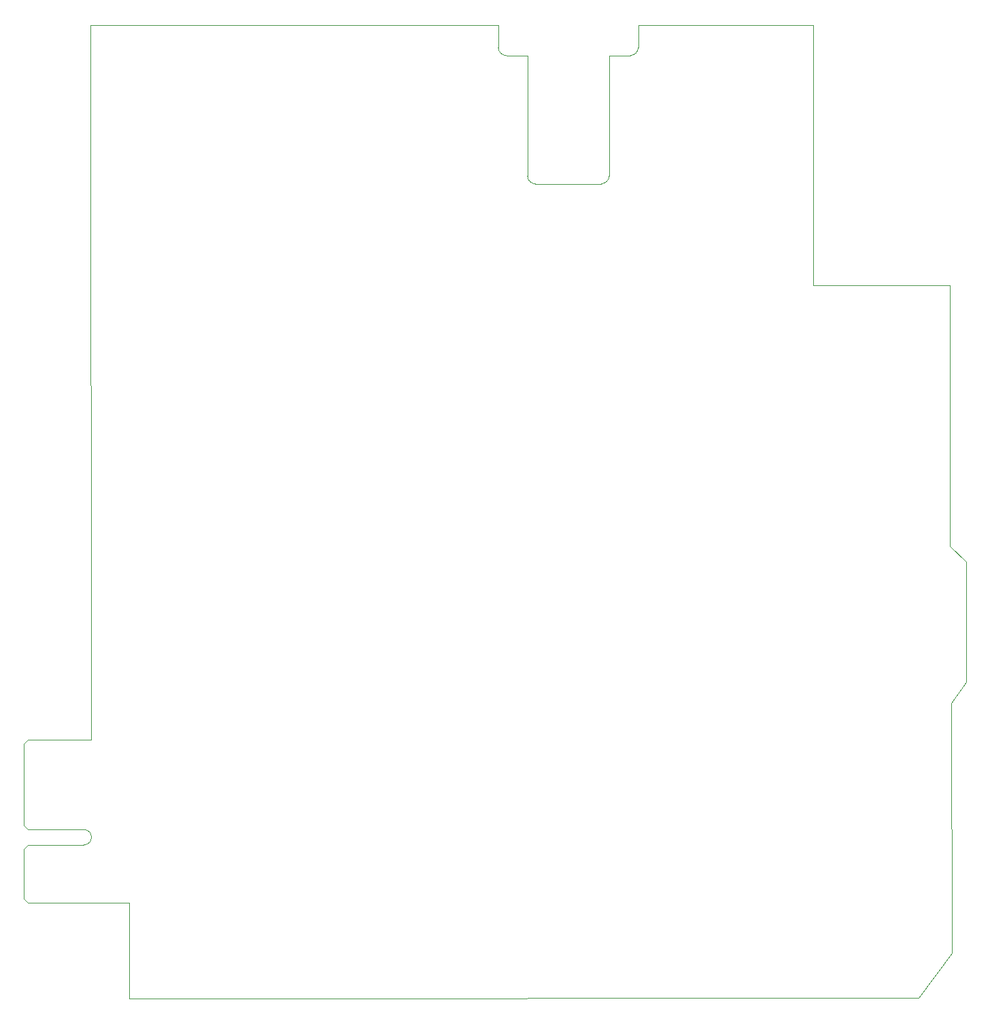
<source format=gbr>
G04 #@! TF.GenerationSoftware,KiCad,Pcbnew,(7.0.0)*
G04 #@! TF.CreationDate,2024-09-25T23:02:18+02:00*
G04 #@! TF.ProjectId,FPGA_dev_board,46504741-5f64-4657-965f-626f6172642e,rev?*
G04 #@! TF.SameCoordinates,Original*
G04 #@! TF.FileFunction,Profile,NP*
%FSLAX46Y46*%
G04 Gerber Fmt 4.6, Leading zero omitted, Abs format (unit mm)*
G04 Created by KiCad (PCBNEW (7.0.0)) date 2024-09-25 23:02:18*
%MOMM*%
%LPD*%
G01*
G04 APERTURE LIST*
G04 #@! TA.AperFunction,Profile*
%ADD10C,0.100000*%
G04 #@! TD*
G04 #@! TA.AperFunction,Profile*
%ADD11C,0.010000*%
G04 #@! TD*
G04 APERTURE END LIST*
D10*
X152700000Y-235280000D02*
X152630000Y-204100000D01*
X96204000Y-119620000D02*
X45860000Y-119590000D01*
X45540000Y-228990000D02*
X50225000Y-228990000D01*
X135440000Y-119660000D02*
X135410000Y-152050000D01*
X135440000Y-119660000D02*
X113624000Y-119620000D01*
X50225000Y-228990000D02*
X50225000Y-240910000D01*
X45540000Y-208690000D02*
X45400000Y-119590000D01*
X154470000Y-186520000D02*
X152470000Y-184520000D01*
X152700000Y-235280000D02*
X148580000Y-240850000D01*
X135410000Y-152050000D02*
X152350000Y-152040000D01*
X152630000Y-204100000D02*
X154470000Y-201520000D01*
X148580000Y-240850000D02*
X50225000Y-240910000D01*
X45400000Y-119590000D02*
X45860000Y-119590000D01*
X152470000Y-184520000D02*
X152450000Y-152170000D01*
X152450000Y-152040000D02*
X152450000Y-152170000D01*
X152350000Y-152040000D02*
X152450000Y-152040000D01*
X154470000Y-201520000D02*
X154470000Y-186520000D01*
D11*
X113624000Y-119620000D02*
X113624000Y-122410000D01*
X112634000Y-123400000D02*
X109994000Y-123400000D01*
X109994000Y-123400000D02*
X109994000Y-138410000D01*
X109004000Y-139400000D02*
X100824000Y-139400000D01*
X99834000Y-138410000D02*
X99834000Y-123400000D01*
X99834000Y-123400000D02*
X97194000Y-123400000D01*
X96204000Y-122410000D02*
X96204000Y-119620000D01*
X112634000Y-123400000D02*
G75*
G03*
X113624000Y-122410000I1J989999D01*
G01*
X109004000Y-139400000D02*
G75*
G03*
X109994000Y-138410000I1J989999D01*
G01*
X99834000Y-138410000D02*
G75*
G03*
X100824000Y-139400000I990000J0D01*
G01*
X96204000Y-122410000D02*
G75*
G03*
X97194000Y-123400000I990000J0D01*
G01*
D10*
X45540000Y-208690000D02*
X37640000Y-208690000D01*
X37640000Y-208690000D02*
X37140000Y-209190000D01*
X37140000Y-209190000D02*
X37140000Y-219390000D01*
X44590000Y-219890000D02*
X37640000Y-219890000D01*
X37640000Y-219890000D02*
X37140000Y-219390000D01*
X44590000Y-221790000D02*
X37640000Y-221790000D01*
X37640000Y-221790000D02*
X37140000Y-222290000D01*
X37140000Y-222290000D02*
X37140000Y-228490000D01*
X45540000Y-228990000D02*
X37640000Y-228990000D01*
X37640000Y-228990000D02*
X37140000Y-228490000D01*
X44590000Y-221790000D02*
G75*
G03*
X44590000Y-219890000I0J950000D01*
G01*
M02*

</source>
